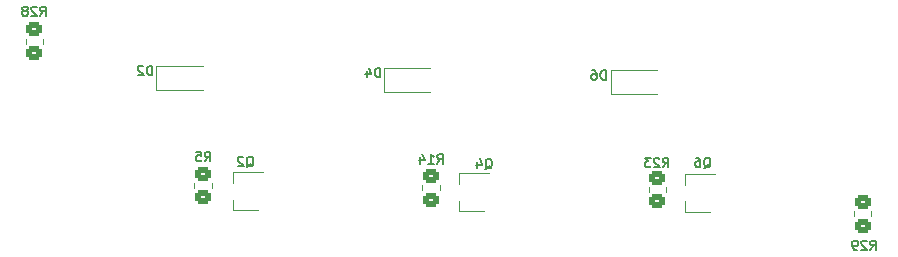
<source format=gbo>
G04 #@! TF.GenerationSoftware,KiCad,Pcbnew,(6.0.6)*
G04 #@! TF.CreationDate,2022-08-27T11:47:15+02:00*
G04 #@! TF.ProjectId,relay-pc-module,72656c61-792d-4706-932d-6d6f64756c65,rev?*
G04 #@! TF.SameCoordinates,Original*
G04 #@! TF.FileFunction,Legend,Bot*
G04 #@! TF.FilePolarity,Positive*
%FSLAX46Y46*%
G04 Gerber Fmt 4.6, Leading zero omitted, Abs format (unit mm)*
G04 Created by KiCad (PCBNEW (6.0.6)) date 2022-08-27 11:47:15*
%MOMM*%
%LPD*%
G01*
G04 APERTURE LIST*
G04 Aperture macros list*
%AMRoundRect*
0 Rectangle with rounded corners*
0 $1 Rounding radius*
0 $2 $3 $4 $5 $6 $7 $8 $9 X,Y pos of 4 corners*
0 Add a 4 corners polygon primitive as box body*
4,1,4,$2,$3,$4,$5,$6,$7,$8,$9,$2,$3,0*
0 Add four circle primitives for the rounded corners*
1,1,$1+$1,$2,$3*
1,1,$1+$1,$4,$5*
1,1,$1+$1,$6,$7*
1,1,$1+$1,$8,$9*
0 Add four rect primitives between the rounded corners*
20,1,$1+$1,$2,$3,$4,$5,0*
20,1,$1+$1,$4,$5,$6,$7,0*
20,1,$1+$1,$6,$7,$8,$9,0*
20,1,$1+$1,$8,$9,$2,$3,0*%
G04 Aperture macros list end*
%ADD10C,0.150000*%
%ADD11C,0.120000*%
%ADD12C,3.200000*%
%ADD13R,2.600000X2.600000*%
%ADD14C,2.600000*%
%ADD15C,3.000000*%
%ADD16C,2.500000*%
%ADD17R,1.700000X1.700000*%
%ADD18O,1.700000X1.700000*%
%ADD19C,2.400000*%
%ADD20O,2.400000X2.400000*%
%ADD21RoundRect,0.250000X-0.450000X0.350000X-0.450000X-0.350000X0.450000X-0.350000X0.450000X0.350000X0*%
%ADD22R,0.900000X1.200000*%
%ADD23R,1.000000X0.700000*%
%ADD24RoundRect,0.250000X0.450000X-0.350000X0.450000X0.350000X-0.450000X0.350000X-0.450000X-0.350000X0*%
G04 APERTURE END LIST*
D10*
X60214285Y-82161904D02*
X60480952Y-81780952D01*
X60671428Y-82161904D02*
X60671428Y-81361904D01*
X60366666Y-81361904D01*
X60290476Y-81400000D01*
X60252380Y-81438095D01*
X60214285Y-81514285D01*
X60214285Y-81628571D01*
X60252380Y-81704761D01*
X60290476Y-81742857D01*
X60366666Y-81780952D01*
X60671428Y-81780952D01*
X59452380Y-82161904D02*
X59909523Y-82161904D01*
X59680952Y-82161904D02*
X59680952Y-81361904D01*
X59757142Y-81476190D01*
X59833333Y-81552380D01*
X59909523Y-81590476D01*
X58766666Y-81628571D02*
X58766666Y-82161904D01*
X58957142Y-81323809D02*
X59147619Y-81895238D01*
X58652380Y-81895238D01*
X40533333Y-81961904D02*
X40800000Y-81580952D01*
X40990476Y-81961904D02*
X40990476Y-81161904D01*
X40685714Y-81161904D01*
X40609523Y-81200000D01*
X40571428Y-81238095D01*
X40533333Y-81314285D01*
X40533333Y-81428571D01*
X40571428Y-81504761D01*
X40609523Y-81542857D01*
X40685714Y-81580952D01*
X40990476Y-81580952D01*
X39809523Y-81161904D02*
X40190476Y-81161904D01*
X40228571Y-81542857D01*
X40190476Y-81504761D01*
X40114285Y-81466666D01*
X39923809Y-81466666D01*
X39847619Y-81504761D01*
X39809523Y-81542857D01*
X39771428Y-81619047D01*
X39771428Y-81809523D01*
X39809523Y-81885714D01*
X39847619Y-81923809D01*
X39923809Y-81961904D01*
X40114285Y-81961904D01*
X40190476Y-81923809D01*
X40228571Y-81885714D01*
X55390476Y-74861904D02*
X55390476Y-74061904D01*
X55200000Y-74061904D01*
X55085714Y-74100000D01*
X55009523Y-74176190D01*
X54971428Y-74252380D01*
X54933333Y-74404761D01*
X54933333Y-74519047D01*
X54971428Y-74671428D01*
X55009523Y-74747619D01*
X55085714Y-74823809D01*
X55200000Y-74861904D01*
X55390476Y-74861904D01*
X54247619Y-74328571D02*
X54247619Y-74861904D01*
X54438095Y-74023809D02*
X54628571Y-74595238D01*
X54133333Y-74595238D01*
X64276190Y-82638095D02*
X64352380Y-82600000D01*
X64428571Y-82523809D01*
X64542857Y-82409523D01*
X64619047Y-82371428D01*
X64695238Y-82371428D01*
X64657142Y-82561904D02*
X64733333Y-82523809D01*
X64809523Y-82447619D01*
X64847619Y-82295238D01*
X64847619Y-82028571D01*
X64809523Y-81876190D01*
X64733333Y-81800000D01*
X64657142Y-81761904D01*
X64504761Y-81761904D01*
X64428571Y-81800000D01*
X64352380Y-81876190D01*
X64314285Y-82028571D01*
X64314285Y-82295238D01*
X64352380Y-82447619D01*
X64428571Y-82523809D01*
X64504761Y-82561904D01*
X64657142Y-82561904D01*
X63628571Y-82028571D02*
X63628571Y-82561904D01*
X63819047Y-81723809D02*
X64009523Y-82295238D01*
X63514285Y-82295238D01*
X44076190Y-82438095D02*
X44152380Y-82400000D01*
X44228571Y-82323809D01*
X44342857Y-82209523D01*
X44419047Y-82171428D01*
X44495238Y-82171428D01*
X44457142Y-82361904D02*
X44533333Y-82323809D01*
X44609523Y-82247619D01*
X44647619Y-82095238D01*
X44647619Y-81828571D01*
X44609523Y-81676190D01*
X44533333Y-81600000D01*
X44457142Y-81561904D01*
X44304761Y-81561904D01*
X44228571Y-81600000D01*
X44152380Y-81676190D01*
X44114285Y-81828571D01*
X44114285Y-82095238D01*
X44152380Y-82247619D01*
X44228571Y-82323809D01*
X44304761Y-82361904D01*
X44457142Y-82361904D01*
X43809523Y-81638095D02*
X43771428Y-81600000D01*
X43695238Y-81561904D01*
X43504761Y-81561904D01*
X43428571Y-81600000D01*
X43390476Y-81638095D01*
X43352380Y-81714285D01*
X43352380Y-81790476D01*
X43390476Y-81904761D01*
X43847619Y-82361904D01*
X43352380Y-82361904D01*
X82776190Y-82538095D02*
X82852380Y-82500000D01*
X82928571Y-82423809D01*
X83042857Y-82309523D01*
X83119047Y-82271428D01*
X83195238Y-82271428D01*
X83157142Y-82461904D02*
X83233333Y-82423809D01*
X83309523Y-82347619D01*
X83347619Y-82195238D01*
X83347619Y-81928571D01*
X83309523Y-81776190D01*
X83233333Y-81700000D01*
X83157142Y-81661904D01*
X83004761Y-81661904D01*
X82928571Y-81700000D01*
X82852380Y-81776190D01*
X82814285Y-81928571D01*
X82814285Y-82195238D01*
X82852380Y-82347619D01*
X82928571Y-82423809D01*
X83004761Y-82461904D01*
X83157142Y-82461904D01*
X82128571Y-81661904D02*
X82280952Y-81661904D01*
X82357142Y-81700000D01*
X82395238Y-81738095D01*
X82471428Y-81852380D01*
X82509523Y-82004761D01*
X82509523Y-82309523D01*
X82471428Y-82385714D01*
X82433333Y-82423809D01*
X82357142Y-82461904D01*
X82204761Y-82461904D01*
X82128571Y-82423809D01*
X82090476Y-82385714D01*
X82052380Y-82309523D01*
X82052380Y-82119047D01*
X82090476Y-82042857D01*
X82128571Y-82004761D01*
X82204761Y-81966666D01*
X82357142Y-81966666D01*
X82433333Y-82004761D01*
X82471428Y-82042857D01*
X82509523Y-82119047D01*
X36090476Y-74661904D02*
X36090476Y-73861904D01*
X35900000Y-73861904D01*
X35785714Y-73900000D01*
X35709523Y-73976190D01*
X35671428Y-74052380D01*
X35633333Y-74204761D01*
X35633333Y-74319047D01*
X35671428Y-74471428D01*
X35709523Y-74547619D01*
X35785714Y-74623809D01*
X35900000Y-74661904D01*
X36090476Y-74661904D01*
X35328571Y-73938095D02*
X35290476Y-73900000D01*
X35214285Y-73861904D01*
X35023809Y-73861904D01*
X34947619Y-73900000D01*
X34909523Y-73938095D01*
X34871428Y-74014285D01*
X34871428Y-74090476D01*
X34909523Y-74204761D01*
X35366666Y-74661904D01*
X34871428Y-74661904D01*
X79314285Y-82461904D02*
X79580952Y-82080952D01*
X79771428Y-82461904D02*
X79771428Y-81661904D01*
X79466666Y-81661904D01*
X79390476Y-81700000D01*
X79352380Y-81738095D01*
X79314285Y-81814285D01*
X79314285Y-81928571D01*
X79352380Y-82004761D01*
X79390476Y-82042857D01*
X79466666Y-82080952D01*
X79771428Y-82080952D01*
X79009523Y-81738095D02*
X78971428Y-81700000D01*
X78895238Y-81661904D01*
X78704761Y-81661904D01*
X78628571Y-81700000D01*
X78590476Y-81738095D01*
X78552380Y-81814285D01*
X78552380Y-81890476D01*
X78590476Y-82004761D01*
X79047619Y-82461904D01*
X78552380Y-82461904D01*
X78285714Y-81661904D02*
X77790476Y-81661904D01*
X78057142Y-81966666D01*
X77942857Y-81966666D01*
X77866666Y-82004761D01*
X77828571Y-82042857D01*
X77790476Y-82119047D01*
X77790476Y-82309523D01*
X77828571Y-82385714D01*
X77866666Y-82423809D01*
X77942857Y-82461904D01*
X78171428Y-82461904D01*
X78247619Y-82423809D01*
X78285714Y-82385714D01*
X96904885Y-89472704D02*
X97171552Y-89091752D01*
X97362028Y-89472704D02*
X97362028Y-88672704D01*
X97057266Y-88672704D01*
X96981076Y-88710800D01*
X96942980Y-88748895D01*
X96904885Y-88825085D01*
X96904885Y-88939371D01*
X96942980Y-89015561D01*
X96981076Y-89053657D01*
X97057266Y-89091752D01*
X97362028Y-89091752D01*
X96600123Y-88748895D02*
X96562028Y-88710800D01*
X96485838Y-88672704D01*
X96295361Y-88672704D01*
X96219171Y-88710800D01*
X96181076Y-88748895D01*
X96142980Y-88825085D01*
X96142980Y-88901276D01*
X96181076Y-89015561D01*
X96638219Y-89472704D01*
X96142980Y-89472704D01*
X95762028Y-89472704D02*
X95609647Y-89472704D01*
X95533457Y-89434609D01*
X95495361Y-89396514D01*
X95419171Y-89282228D01*
X95381076Y-89129847D01*
X95381076Y-88825085D01*
X95419171Y-88748895D01*
X95457266Y-88710800D01*
X95533457Y-88672704D01*
X95685838Y-88672704D01*
X95762028Y-88710800D01*
X95800123Y-88748895D01*
X95838219Y-88825085D01*
X95838219Y-89015561D01*
X95800123Y-89091752D01*
X95762028Y-89129847D01*
X95685838Y-89167942D01*
X95533457Y-89167942D01*
X95457266Y-89129847D01*
X95419171Y-89091752D01*
X95381076Y-89015561D01*
X74490476Y-75061904D02*
X74490476Y-74261904D01*
X74300000Y-74261904D01*
X74185714Y-74300000D01*
X74109523Y-74376190D01*
X74071428Y-74452380D01*
X74033333Y-74604761D01*
X74033333Y-74719047D01*
X74071428Y-74871428D01*
X74109523Y-74947619D01*
X74185714Y-75023809D01*
X74300000Y-75061904D01*
X74490476Y-75061904D01*
X73347619Y-74261904D02*
X73500000Y-74261904D01*
X73576190Y-74300000D01*
X73614285Y-74338095D01*
X73690476Y-74452380D01*
X73728571Y-74604761D01*
X73728571Y-74909523D01*
X73690476Y-74985714D01*
X73652380Y-75023809D01*
X73576190Y-75061904D01*
X73423809Y-75061904D01*
X73347619Y-75023809D01*
X73309523Y-74985714D01*
X73271428Y-74909523D01*
X73271428Y-74719047D01*
X73309523Y-74642857D01*
X73347619Y-74604761D01*
X73423809Y-74566666D01*
X73576190Y-74566666D01*
X73652380Y-74604761D01*
X73690476Y-74642857D01*
X73728571Y-74719047D01*
X26614285Y-69661904D02*
X26880952Y-69280952D01*
X27071428Y-69661904D02*
X27071428Y-68861904D01*
X26766666Y-68861904D01*
X26690476Y-68900000D01*
X26652380Y-68938095D01*
X26614285Y-69014285D01*
X26614285Y-69128571D01*
X26652380Y-69204761D01*
X26690476Y-69242857D01*
X26766666Y-69280952D01*
X27071428Y-69280952D01*
X26309523Y-68938095D02*
X26271428Y-68900000D01*
X26195238Y-68861904D01*
X26004761Y-68861904D01*
X25928571Y-68900000D01*
X25890476Y-68938095D01*
X25852380Y-69014285D01*
X25852380Y-69090476D01*
X25890476Y-69204761D01*
X26347619Y-69661904D01*
X25852380Y-69661904D01*
X25395238Y-69204761D02*
X25471428Y-69166666D01*
X25509523Y-69128571D01*
X25547619Y-69052380D01*
X25547619Y-69014285D01*
X25509523Y-68938095D01*
X25471428Y-68900000D01*
X25395238Y-68861904D01*
X25242857Y-68861904D01*
X25166666Y-68900000D01*
X25128571Y-68938095D01*
X25090476Y-69014285D01*
X25090476Y-69052380D01*
X25128571Y-69128571D01*
X25166666Y-69166666D01*
X25242857Y-69204761D01*
X25395238Y-69204761D01*
X25471428Y-69242857D01*
X25509523Y-69280952D01*
X25547619Y-69357142D01*
X25547619Y-69509523D01*
X25509523Y-69585714D01*
X25471428Y-69623809D01*
X25395238Y-69661904D01*
X25242857Y-69661904D01*
X25166666Y-69623809D01*
X25128571Y-69585714D01*
X25090476Y-69509523D01*
X25090476Y-69357142D01*
X25128571Y-69280952D01*
X25166666Y-69242857D01*
X25242857Y-69204761D01*
D11*
X58965000Y-83972936D02*
X58965000Y-84427064D01*
X60435000Y-83972936D02*
X60435000Y-84427064D01*
X41135000Y-83772936D02*
X41135000Y-84227064D01*
X39665000Y-83772936D02*
X39665000Y-84227064D01*
X55750000Y-74100000D02*
X59650000Y-74100000D01*
X55750000Y-76100000D02*
X59650000Y-76100000D01*
X55750000Y-76100000D02*
X55750000Y-74100000D01*
X64600000Y-82990000D02*
X62025000Y-82990000D01*
X64175000Y-86210000D02*
X62025000Y-86210000D01*
X62025000Y-82990000D02*
X62025000Y-83900000D01*
X62025000Y-85300000D02*
X62025000Y-86210000D01*
X42925000Y-82890000D02*
X42925000Y-83800000D01*
X45500000Y-82890000D02*
X42925000Y-82890000D01*
X45075000Y-86110000D02*
X42925000Y-86110000D01*
X42925000Y-85200000D02*
X42925000Y-86110000D01*
X83750000Y-83040000D02*
X81175000Y-83040000D01*
X83325000Y-86260000D02*
X81175000Y-86260000D01*
X81175000Y-83040000D02*
X81175000Y-83950000D01*
X81175000Y-85350000D02*
X81175000Y-86260000D01*
X36450000Y-75900000D02*
X40350000Y-75900000D01*
X36450000Y-73900000D02*
X40350000Y-73900000D01*
X36450000Y-75900000D02*
X36450000Y-73900000D01*
X78115000Y-84122936D02*
X78115000Y-84577064D01*
X79585000Y-84122936D02*
X79585000Y-84577064D01*
X95505600Y-86183736D02*
X95505600Y-86637864D01*
X96975600Y-86183736D02*
X96975600Y-86637864D01*
X74900000Y-76250000D02*
X78800000Y-76250000D01*
X74900000Y-74250000D02*
X78800000Y-74250000D01*
X74900000Y-76250000D02*
X74900000Y-74250000D01*
X26835000Y-72027064D02*
X26835000Y-71572936D01*
X25365000Y-72027064D02*
X25365000Y-71572936D01*
%LPC*%
D12*
X39700200Y-92481400D03*
D13*
X41385000Y-25295000D03*
D14*
X36305000Y-25295000D03*
X31225000Y-25295000D03*
D12*
X79730600Y-92481400D03*
D15*
X35800000Y-69256800D03*
D16*
X41850000Y-67306800D03*
D15*
X41850000Y-55106800D03*
X29800000Y-55056800D03*
D16*
X29850000Y-67306800D03*
D17*
X92964000Y-83159600D03*
D18*
X92964000Y-80619600D03*
X92964000Y-78079600D03*
X92964000Y-75539600D03*
D19*
X41600000Y-40900000D03*
D20*
X36520000Y-40900000D03*
D19*
X91500000Y-34400000D03*
D20*
X86420000Y-34400000D03*
D17*
X30535800Y-87040800D03*
D18*
X30535800Y-89580800D03*
X27995800Y-87040800D03*
X27995800Y-89580800D03*
D19*
X41600000Y-47400000D03*
D20*
X36520000Y-47400000D03*
D19*
X66200000Y-34400000D03*
D20*
X61120000Y-34400000D03*
D15*
X60502800Y-69256800D03*
D16*
X66552800Y-67306800D03*
D15*
X66552800Y-55106800D03*
X54502800Y-55056800D03*
D16*
X54552800Y-67306800D03*
D19*
X41600000Y-34400000D03*
D20*
X36520000Y-34400000D03*
D13*
X66085000Y-25295000D03*
D14*
X61005000Y-25295000D03*
X55925000Y-25295000D03*
D15*
X85860800Y-69256800D03*
D16*
X91910800Y-67306800D03*
D15*
X91910800Y-55106800D03*
X79860800Y-55056800D03*
D16*
X79910800Y-67306800D03*
D19*
X66200000Y-40900000D03*
D20*
X61120000Y-40900000D03*
D13*
X91280000Y-25300000D03*
D14*
X86200000Y-25300000D03*
X81120000Y-25300000D03*
D17*
X29464000Y-83312000D03*
D18*
X29464000Y-80772000D03*
X29464000Y-78232000D03*
X29464000Y-75692000D03*
D17*
X67843400Y-91160600D03*
D18*
X67843400Y-93700600D03*
X65303400Y-91160600D03*
X65303400Y-93700600D03*
X62763400Y-91160600D03*
X62763400Y-93700600D03*
X60223400Y-91160600D03*
X60223400Y-93700600D03*
X57683400Y-91160600D03*
X57683400Y-93700600D03*
X55143400Y-91160600D03*
X55143400Y-93700600D03*
D19*
X66200000Y-47400000D03*
D20*
X61120000Y-47400000D03*
D19*
X91500000Y-47400000D03*
D20*
X86420000Y-47400000D03*
D19*
X91500000Y-40900000D03*
D20*
X86420000Y-40900000D03*
D21*
X59700000Y-83200000D03*
X59700000Y-85200000D03*
X40400000Y-83000000D03*
X40400000Y-85000000D03*
D22*
X56350000Y-75100000D03*
X59650000Y-75100000D03*
D23*
X64300000Y-83650000D03*
X64300000Y-85550000D03*
X61900000Y-84600000D03*
X45200000Y-83550000D03*
X45200000Y-85450000D03*
X42800000Y-84500000D03*
X83450000Y-83700000D03*
X83450000Y-85600000D03*
X81050000Y-84650000D03*
D22*
X37050000Y-74900000D03*
X40350000Y-74900000D03*
D21*
X78850000Y-83350000D03*
X78850000Y-85350000D03*
X96240600Y-85410800D03*
X96240600Y-87410800D03*
D22*
X75500000Y-75250000D03*
X78800000Y-75250000D03*
D24*
X26100000Y-72800000D03*
X26100000Y-70800000D03*
M02*

</source>
